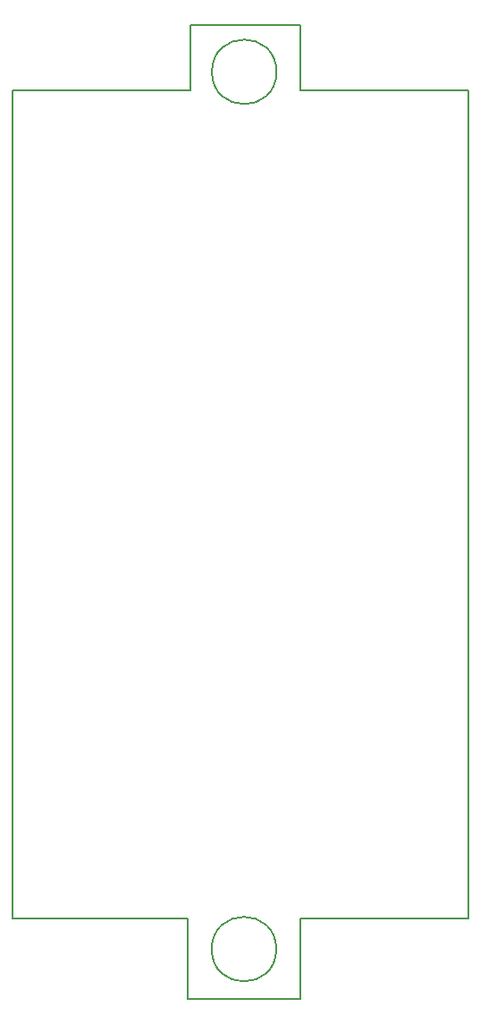
<source format=gbr>
G04 #@! TF.FileFunction,Profile,NP*
%FSLAX46Y46*%
G04 Gerber Fmt 4.6, Leading zero omitted, Abs format (unit mm)*
G04 Created by KiCad (PCBNEW 4.0.6+dfsg1-1) date Tue Aug 29 14:41:36 2017*
%MOMM*%
%LPD*%
G01*
G04 APERTURE LIST*
%ADD10C,0.100000*%
%ADD11C,0.150000*%
G04 APERTURE END LIST*
D10*
D11*
X125713028Y-49236302D02*
X125713028Y-127595302D01*
X150723028Y-130513302D02*
G75*
G03X150723028Y-130513302I-3058565J0D01*
G01*
X153018028Y-43775302D02*
X153018028Y-43013302D01*
X142604028Y-43775302D02*
X142604028Y-43013302D01*
X142350028Y-127595302D02*
X142350028Y-135215302D01*
X142350028Y-135215302D02*
X153018028Y-135215302D01*
X168893028Y-127595302D02*
X168893028Y-49236302D01*
X153018028Y-135215302D02*
X153018028Y-127595302D01*
X142604028Y-43775302D02*
X142604028Y-49236302D01*
X153018028Y-43013302D02*
X142604028Y-43013302D01*
X153018028Y-49236302D02*
X153018028Y-43775302D01*
X168893028Y-49236302D02*
X153018028Y-49236302D01*
X153018028Y-127595302D02*
X168893028Y-127595302D01*
X125713028Y-127595302D02*
X142350028Y-127595302D01*
X125713028Y-49236302D02*
X142604028Y-49236302D01*
X150742593Y-47458302D02*
G75*
G03X150742593Y-47458302I-3058565J0D01*
G01*
M02*

</source>
